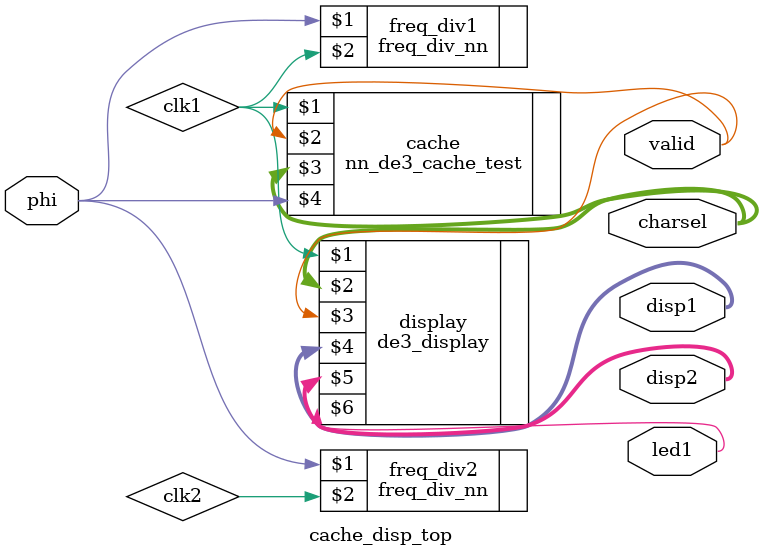
<source format=v>
module cache_disp_top (phi, charsel, valid, disp1, disp2, led1);
  input phi;
  output wire [6:0] charsel; 
  output [0:6] disp1, disp2;
  output led1;
  output wire valid;
  wire clk1, clk2; 
	
  nn_de3_cache_test     cache(clk1, valid, charsel, phi);
  de3_display   display(clk1, charsel, valid, disp1, disp2, led1);
  
  freq_div_nn #(.DIVLOG(1)) freq_div1 (phi, clk1);
  freq_div_nn #(.DIVLOG(2)) freq_div2 (phi, clk2);
  
endmodule

</source>
